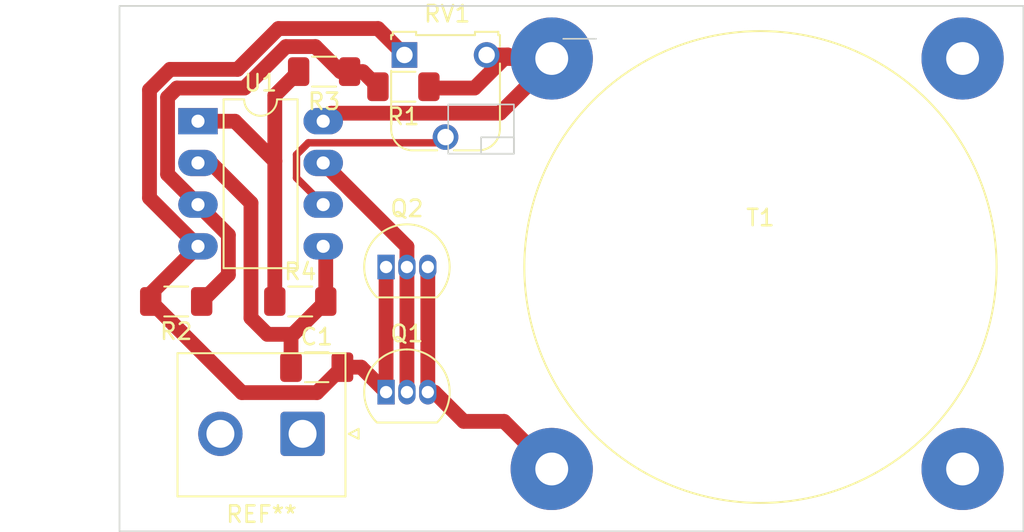
<source format=kicad_pcb>
(kicad_pcb (version 20211014) (generator pcbnew)
  (layers (0 "F.Cu" signal) (31 "B.Cu" signal) (34 "B.Paste" user) (35 "F.Paste" user) (36 "B.SilkS" user "B.Silkscreen") (37 "F.SilkS" user "F.Silkscreen") (38 "B.Mask" user) (39 "F.Mask" user) (44 "Edge.Cuts" user))
  (net 0 "")
  (net 1 "Net-(C1-Pad1)")
  (net 2 "GND")
  (net 3 "PWM")
  (net 4 "Net-(Q1-Pad3)")
  (net 5 "VCC")
  (net 6 "Net-(R1-Pad2)")
  (net 7 "Net-(R3-Pad2)")
  (net 8 "Net-(RV1-Pad2)")
  (footprint "Package_TO_SOT_THT:TO-92_Inline" (layer "F.Cu") (at 109.22 88.9)
    (fp_text reference "Q2" (at 1.27 -3.56) (layer "F.SilkS"))
    (fp_text value "2N7000")
    (fp_line (start -0.53 1.85) (end 3.07 1.85) (layer "F.SilkS") (width 0.12))
    (fp_arc (start -0.568478 1.838478) (mid -1.132087 -0.994977) (end 1.27 -2.6) (layer "F.SilkS") (width 0.12))
    (fp_arc (start 1.27 -2.6) (mid 3.672087 -0.994977) (end 3.108478 1.838478) (layer "F.SilkS") (width 0.12))
    (pad "1" thru_hole rect (at 0 0) (size 1.05 1.5) (drill 0.75) (layers *.Cu *.Mask) (net 2 "GND"))
    (pad "2" thru_hole oval (at 1.27 0) (size 1.05 1.5) (drill 0.75) (layers *.Cu *.Mask) (net 3 "PWM"))
    (pad "3" thru_hole oval (at 2.54 0) (size 1.05 1.5) (drill 0.75) (layers *.Cu *.Mask) (net 4 "Net-(Q1-Pad3)"))
  )
  (footprint "Resistor_SMD:R_1206_3216Metric_Pad1.30x1.75mm_HandSolder" (layer "F.Cu") (at 110.27562 77.91992 180)
    (fp_text reference "R1" (at 0 -1.82) (layer "F.SilkS"))
    (fp_text value "47k")
    (fp_line (start -0.727064 -0.91) (end 0.727064 -0.91) (layer "F.SilkS") (width 0.12))
    (fp_line (start -0.727064 0.91) (end 0.727064 0.91) (layer "F.SilkS") (width 0.12))
    (pad "1" smd roundrect (at -1.55 0 180) (size 1.3 1.75) (layers "F.Cu" "F.Paste" "F.Mask") (roundrect_rratio 0.192308) (net 5 "VCC"))
    (pad "2" smd roundrect (at 1.55 0 180) (size 1.3 1.75) (layers "F.Cu" "F.Paste" "F.Mask") (roundrect_rratio 0.192308) (net 6 "Net-(R1-Pad2)"))
  )
  (footprint "Resistor_SMD:R_1206_3216Metric_Pad1.30x1.75mm_HandSolder" (layer "F.Cu") (at 96.45 91 180)
    (fp_text reference "R2" (at 0 -1.82) (layer "F.SilkS"))
    (fp_text value "47k")
    (fp_line (start -0.727064 0.91) (end 0.727064 0.91) (layer "F.SilkS") (width 0.12))
    (fp_line (start -0.727064 -0.91) (end 0.727064 -0.91) (layer "F.SilkS") (width 0.12))
    (pad "1" smd roundrect (at -1.55 0 180) (size 1.3 1.75) (layers "F.Cu" "F.Paste" "F.Mask") (roundrect_rratio 0.192308) (net 6 "Net-(R1-Pad2)"))
    (pad "2" smd roundrect (at 1.55 0 180) (size 1.3 1.75) (layers "F.Cu" "F.Paste" "F.Mask") (roundrect_rratio 0.192308) (net 2 "GND"))
  )
  (footprint "Package_TO_SOT_THT:TO-92_Inline" (layer "F.Cu") (at 109.22 96.52)
    (fp_text reference "Q1" (at 1.27 -3.56) (layer "F.SilkS"))
    (fp_text value "2N7000")
    (fp_line (start -0.53 1.85) (end 3.07 1.85) (layer "F.SilkS") (width 0.12))
    (fp_arc (start 1.27 -2.6) (mid 3.672087 -0.994977) (end 3.108478 1.838478) (layer "F.SilkS") (width 0.12))
    (fp_arc (start -0.568478 1.838478) (mid -1.132087 -0.994977) (end 1.27 -2.6) (layer "F.SilkS") (width 0.12))
    (pad "1" thru_hole rect (at 0 0) (size 1.05 1.5) (drill 0.75) (layers *.Cu *.Mask) (net 2 "GND"))
    (pad "2" thru_hole oval (at 1.27 0) (size 1.05 1.5) (drill 0.75) (layers *.Cu *.Mask) (net 3 "PWM"))
    (pad "3" thru_hole oval (at 2.54 0) (size 1.05 1.5) (drill 0.75) (layers *.Cu *.Mask) (net 4 "Net-(Q1-Pad3)"))
  )
  (footprint "Package_DIP:DIP-8_W7.62mm_LongPads" (layer "F.Cu") (at 97.775 80.02)
    (fp_text reference "U1" (at 3.81 -2.33) (layer "F.SilkS"))
    (fp_text value "LM358")
    (fp_line (start 6.06 8.95) (end 6.06 -1.33) (layer "F.SilkS") (width 0.12))
    (fp_line (start 1.56 8.95) (end 6.06 8.95) (layer "F.SilkS") (width 0.12))
    (fp_line (start 6.06 -1.33) (end 4.81 -1.33) (layer "F.SilkS") (width 0.12))
    (fp_line (start 1.56 -1.33) (end 1.56 8.95) (layer "F.SilkS") (width 0.12))
    (fp_line (start 2.81 -1.33) (end 1.56 -1.33) (layer "F.SilkS") (width 0.12))
    (fp_arc (start 4.81 -1.33) (mid 3.81 -0.33) (end 2.81 -1.33) (layer "F.SilkS") (width 0.12))
    (pad "1" thru_hole rect (at 0 0) (size 2.4 1.6) (drill 0.8) (layers *.Cu *.Mask) (net 7 "Net-(R3-Pad2)"))
    (pad "2" thru_hole oval (at 0 2.54) (size 2.4 1.6) (drill 0.8) (layers *.Cu *.Mask) (net 1 "Net-(C1-Pad1)"))
    (pad "3" thru_hole oval (at 0 5.08) (size 2.4 1.6) (drill 0.8) (layers *.Cu *.Mask) (net 6 "Net-(R1-Pad2)"))
    (pad "4" thru_hole oval (at 0 7.62) (size 2.4 1.6) (drill 0.8) (layers *.Cu *.Mask) (net 2 "GND"))
    (pad "5" thru_hole oval (at 7.62 7.62) (size 2.4 1.6) (drill 0.8) (layers *.Cu *.Mask) (net 1 "Net-(C1-Pad1)"))
    (pad "6" thru_hole oval (at 7.62 5.08) (size 2.4 1.6) (drill 0.8) (layers *.Cu *.Mask) (net 8 "Net-(RV1-Pad2)"))
    (pad "7" thru_hole oval (at 7.62 2.54) (size 2.4 1.6) (drill 0.8) (layers *.Cu *.Mask) (net 3 "PWM"))
    (pad "8" thru_hole oval (at 7.62 0) (size 2.4 1.6) (drill 0.8) (layers *.Cu *.Mask) (net 5 "VCC"))
  )
  (footprint "custom:transformer_1" (layer "F.Cu") (at 132 88.9)
    (fp_text reference "T1" (at 0 -3 unlocked) (layer "F.SilkS"))
    (fp_text value "50:100")
    (fp_circle (center 0 0) (end 10.16 -10.16) (layer "F.SilkS") (width 0.12) (fill none))
    (pad "1" thru_hole circle (at -12.7 -12.7) (size 5 5) (drill 2) (layers *.Cu *.Mask) (net 5 "VCC"))
    (pad "2" thru_hole circle (at -12.7 12.3) (size 5 5) (drill 2) (layers *.Cu *.Mask) (net 4 "Net-(Q1-Pad3)"))
    (pad "3" thru_hole circle (at 12.3 -12.7) (size 5 5) (drill 2) (layers *.Cu *.Mask))
    (pad "4" thru_hole circle (at 12.3 12.3) (size 5 5) (drill 2) (layers *.Cu *.Mask))
  )
  (footprint "Connector_JST:JST_NV_B02P-NV_1x02_P5.00mm_Vertical" (layer "F.Cu") (at 104.14 99.06 180)
    (fp_text reference "REF**" (at 2.5 -4.9) (layer "F.SilkS"))
    (fp_text value "JST_NV_B02P-NV_1x02_P5.00mm_Vertical")
    (fp_line (start -2.61 -3.81) (end -2.61 4.91) (layer "F.SilkS") (width 0.12))
    (fp_line (start -2.81 0) (end -3.41 0.3) (layer "F.SilkS") (width 0.12))
    (fp_line (start -3.41 0.3) (end -3.41 -0.3) (layer "F.SilkS") (width 0.12))
    (fp_line (start 7.61 4.91) (end 7.61 -3.81) (layer "F.SilkS") (width 0.12))
    (fp_line (start 7.61 -3.81) (end -2.61 -3.81) (layer "F.SilkS") (width 0.12))
    (fp_line (start -2.61 4.91) (end 7.61 4.91) (layer "F.SilkS") (width 0.12))
    (fp_line (start -3.41 -0.3) (end -2.81 0) (layer "F.SilkS") (width 0.12))
    (pad "1" thru_hole roundrect (at 0 0 180) (size 2.7 2.7) (drill 1.7) (layers *.Cu *.Mask) (roundrect_rratio 0.092593))
    (pad "2" thru_hole circle (at 5 0 180) (size 2.7 2.7) (drill 1.7) (layers *.Cu *.Mask))
  )
  (footprint "Capacitor_SMD:C_1206_3216Metric_Pad1.33x1.80mm_HandSolder" (layer "F.Cu") (at 105 95)
    (fp_text reference "C1" (at 0 -1.85) (layer "F.SilkS"))
    (fp_text value "100nF")
    (fp_line (start -0.711252 0.91) (end 0.711252 0.91) (layer "F.SilkS") (width 0.12))
    (fp_line (start -0.711252 -0.91) (end 0.711252 -0.91) (layer "F.SilkS") (width 0.12))
    (pad "1" smd roundrect (at -1.5625 0) (size 1.325 1.8) (layers "F.Cu" "F.Paste" "F.Mask") (roundrect_rratio 0.188679) (net 1 "Net-(C1-Pad1)"))
    (pad "2" smd roundrect (at 1.5625 0) (size 1.325 1.8) (layers "F.Cu" "F.Paste" "F.Mask") (roundrect_rratio 0.188679) (net 2 "GND"))
  )
  (footprint "Resistor_SMD:R_1206_3216Metric_Pad1.30x1.75mm_HandSolder" (layer "F.Cu") (at 104 91)
    (fp_text reference "R4" (at 0 -1.82) (layer "F.SilkS"))
    (fp_text value "470R")
    (fp_line (start -0.727064 -0.91) (end 0.727064 -0.91) (layer "F.SilkS") (width 0.12))
    (fp_line (start -0.727064 0.91) (end 0.727064 0.91) (layer "F.SilkS") (width 0.12))
    (pad "1" smd roundrect (at -1.55 0) (size 1.3 1.75) (layers "F.Cu" "F.Paste" "F.Mask") (roundrect_rratio 0.192308) (net 7 "Net-(R3-Pad2)"))
    (pad "2" smd roundrect (at 1.55 0) (size 1.3 1.75) (layers "F.Cu" "F.Paste" "F.Mask") (roundrect_rratio 0.192308) (net 1 "Net-(C1-Pad1)"))
  )
  (footprint "Resistor_SMD:R_1206_3216Metric_Pad1.30x1.75mm_HandSolder" (layer "F.Cu") (at 105.45 77 180)
    (fp_text reference "R3" (at 0 -1.82) (layer "F.SilkS"))
    (fp_text value "1k")
    (fp_line (start -0.727064 -0.91) (end 0.727064 -0.91) (layer "F.SilkS") (width 0.12))
    (fp_line (start -0.727064 0.91) (end 0.727064 0.91) (layer "F.SilkS") (width 0.12))
    (pad "1" smd roundrect (at -1.55 0 180) (size 1.3 1.75) (layers "F.Cu" "F.Paste" "F.Mask") (roundrect_rratio 0.192308) (net 6 "Net-(R1-Pad2)"))
    (pad "2" smd roundrect (at 1.55 0 180) (size 1.3 1.75) (layers "F.Cu" "F.Paste" "F.Mask") (roundrect_rratio 0.192308) (net 7 "Net-(R3-Pad2)"))
  )
  (footprint "Potentiometer_THT:Potentiometer_Runtron_RM-065_Vertical" (layer "F.Cu") (at 110.338794 75.986211)
    (fp_text reference "RV1" (at 2.6 -2.5) (layer "F.SilkS"))
    (fp_text value "arbitrary")
    (fp_line (start 5.71 -1.41) (end 5.71 -1.21) (layer "F.SilkS") (width 0.12))
    (fp_line (start 4.29 -1.41) (end 5.71 -1.41) (layer "F.SilkS") (width 0.12))
    (fp_line (start -0.81 4.5) (end -0.81 0.96) (layer "F.SilkS") (width 0.12))
    (fp_line (start 5.71 -1.21) (end 5.81 -1.21) (layer "F.SilkS") (width 0.12))
    (fp_line (start 0.71 -1.21) (end 4.29 -1.21) (layer "F.SilkS") (width 0.12))
    (fp_line (start -0.81 -1.21) (end -0.81 -0.96) (layer "F.SilkS") (width 0.12))
    (fp_line (start 5.81 -1.21) (end 5.81 -0.52) (layer "F.SilkS") (width 0.12))
    (fp_line (start -0.71 -1.41) (end -0.71 -1.21) (layer "F.SilkS") (width 0.12))
    (fp_line (start -0.71 -1.21) (end -0.81 -1.21) (layer "F.SilkS") (width 0.12))
    (fp_line (start 0.71 -1.21) (end 0.71 -1.41) (layer "F.SilkS") (width 0.12))
    (fp_line (start 4.29 -1.21) (end 4.29 -1.41) (layer "F.SilkS") (width 0.12))
    (fp_line (start -0.71 -1.41) (end 0.71 -1.41) (layer "F.SilkS") (width 0.12))
    (fp_line (start 4.5 5.81) (end 3.01 5.81) (layer "F.SilkS") (width 0.12))
    (fp_line (start 5.81 0.52) (end 5.81 4.5) (layer "F.SilkS") (width 0.12))
    (fp_line (start 1.99 5.81) (end 0.5 5.81) (layer "F.SilkS") (width 0.12))
    (fp_arc (start 0.5 5.81) (mid -0.42631 5.42631) (end -0.81 4.5) (layer "F.SilkS") (width 0.12))
    (fp_arc (start 5.81 4.5) (mid 5.42631 5.42631) (end 4.5 5.81) (layer "F.SilkS") (width 0.12))
    (pad "1" thru_hole rect (at 0 0) (size 1.56 1.56) (drill 1) (layers *.Cu *.Mask) (net 2 "GND"))
    (pad "2" thru_hole circle (at 2.5 5) (size 1.56 1.56) (drill 1) (layers *.Cu *.Mask) (net 8 "Net-(RV1-Pad2)"))
    (pad "3" thru_hole circle (at 5 0) (size 1.56 1.56) (drill 1) (layers *.Cu *.Mask) (net 5 "VCC"))
  )
  (gr_rect (start 122 75) (end 120 75) (layer "Edge.Cuts") (width 0.1) (fill none))
  (gr_rect (start 113 79) (end 117 82) (layer "Edge.Cuts") (width 0.1) (fill none))
  (gr_rect (start 117 82) (end 115 81) (layer "Edge.Cuts") (width 0.1) (fill none))
  (gr_rect (start 93 73) (end 148 105) (layer "Edge.Cuts") (width 0.1) (fill none))
  (segment (start 105.55 87.795) (end 105.395 87.64) (width 0.9) (layer "F.Cu") (net 1))
  (segment (start 105.55 91) (end 103.55 93) (width 0.9) (layer "F.Cu") (net 1))
  (segment (start 105.55 91) (end 105.55 87.795) (width 0.9) (layer "F.Cu") (net 1))
  (segment (start 101 92) (end 101 85) (width 0.9) (layer "F.Cu") (net 1))
  (segment (start 103.4375 93.1125) (end 105.55 91) (width 0.9) (layer "F.Cu") (net 1))
  (segment (start 98.56 82.56) (end 97.775 82.56) (width 0.9) (layer "F.Cu") (net 1))
  (segment (start 102 93) (end 101 92) (width 0.9) (layer "F.Cu") (net 1))
  (segment (start 103.4375 95) (end 103.4375 93.1125) (width 0.9) (layer "F.Cu") (net 1))
  (segment (start 101 85) (end 98.56 82.56) (width 0.9) (layer "F.Cu") (net 1))
  (segment (start 103.55 93) (end 102 93) (width 0.9) (layer "F.Cu") (net 1))
  (segment (start 102.671971 74.37596) (end 100.185658 76.862273) (width 0.9) (layer "F.Cu") (net 2))
  (segment (start 96.078761 76.862273) (end 94.825978 78.115056) (width 0.9) (layer "F.Cu") (net 2))
  (segment (start 100.44952 96.54952) (end 94.9 91) (width 0.9) (layer "F.Cu") (net 2))
  (segment (start 98 87.865) (end 97.775 87.64) (width 0.9) (layer "F.Cu") (net 2))
  (segment (start 94.9 91) (end 94.9 90.515) (width 0.9) (layer "F.Cu") (net 2))
  (segment (start 107.7 95) (end 109.22 96.52) (width 0.9) (layer "F.Cu") (net 2))
  (segment (start 94.9 90.515) (end 97.775 87.64) (width 0.9) (layer "F.Cu") (net 2))
  (segment (start 94.825978 78.115056) (end 94.825978 84.690978) (width 0.9) (layer "F.Cu") (net 2))
  (segment (start 106.5625 95) (end 105.01298 96.54952) (width 0.9) (layer "F.Cu") (net 2))
  (segment (start 105.01298 96.54952) (end 100.44952 96.54952) (width 0.9) (layer "F.Cu") (net 2))
  (segment (start 106.5625 95) (end 107.7 95) (width 0.9) (layer "F.Cu") (net 2))
  (segment (start 94.825978 84.690978) (end 97.775 87.64) (width 0.9) (layer "F.Cu") (net 2))
  (segment (start 100.185658 76.862273) (end 96.078761 76.862273) (width 0.9) (layer "F.Cu") (net 2))
  (segment (start 109.22 96.52) (end 109.22 88.9) (width 0.9) (layer "F.Cu") (net 2))
  (segment (start 108.728543 74.37596) (end 102.671971 74.37596) (width 0.9) (layer "F.Cu") (net 2))
  (segment (start 110.338794 75.986211) (end 108.728543 74.37596) (width 0.9) (layer "F.Cu") (net 2))
  (segment (start 110.49 87.655) (end 110.49 88.9) (width 0.9) (layer "F.Cu") (net 3))
  (segment (start 110.49 88.9) (end 110.49 96.52) (width 0.9) (layer "F.Cu") (net 3))
  (segment (start 105.395 82.56) (end 110.49 87.655) (width 0.9) (layer "F.Cu") (net 3))
  (segment (start 116.4 98.3) (end 119.3 101.2) (width 0.9) (layer "F.Cu") (net 4))
  (segment (start 112.16 96.52) (end 113.94 98.3) (width 0.9) (layer "F.Cu") (net 4))
  (segment (start 111.76 96.52) (end 111.76 88.9) (width 0.9) (layer "F.Cu") (net 4))
  (segment (start 113.94 98.3) (end 116.4 98.3) (width 0.9) (layer "F.Cu") (net 4))
  (segment (start 111.76 96.52) (end 112.16 96.52) (width 0.9) (layer "F.Cu") (net 4))
  (segment (start 119.3 76.38) (end 119.3 76.2) (width 0.9) (layer "F.Cu") (net 5))
  (segment (start 105.883021 79.531979) (end 116.148021 79.531979) (width 0.9) (layer "F.Cu") (net 5))
  (segment (start 114.6 78) (end 116.4 76.2) (width 0.9) (layer "F.Cu") (net 5))
  (segment (start 111.9057 78) (end 114.6 78) (width 0.9) (layer "F.Cu") (net 5))
  (segment (start 105.395 80.02) (end 105.883021 79.531979) (width 0.9) (layer "F.Cu") (net 5))
  (segment (start 116.4 76.2) (end 119.3 76.2) (width 0.9) (layer "F.Cu") (net 5))
  (segment (start 116.84 76.2) (end 119.3 76.2) (width 0.9) (layer "F.Cu") (net 5))
  (segment (start 111.82562 77.91992) (end 111.9057 78) (width 0.9) (layer "F.Cu") (net 5))
  (segment (start 116.148021 79.531979) (end 119.3 76.38) (width 0.9) (layer "F.Cu") (net 5))
  (segment (start 116.626211 75.986211) (end 116.84 76.2) (width 0.9) (layer "F.Cu") (net 5))
  (segment (start 115.338794 75.986211) (end 116.626211 75.986211) (width 0.9) (layer "F.Cu") (net 5))
  (segment (start 99.62452 86.94952) (end 97.775 85.1) (width 0.9) (layer "F.Cu") (net 6))
  (segment (start 106.445057 77) (end 107 77) (width 0.9) (layer "F.Cu") (net 6))
  (segment (start 104.920537 75.47548) (end 106.445057 77) (width 0.9) (layer "F.Cu") (net 6))
  (segment (start 107 77) (end 107.8057 77) (width 0.9) (layer "F.Cu") (net 6))
  (segment (start 95.925489 78.570489) (end 96.495978 78) (width 0.9) (layer "F.Cu") (net 6))
  (segment (start 103.127407 75.47548) (end 104.920537 75.47548) (width 0.9) (layer "F.Cu") (net 6))
  (segment (start 96.495978 78) (end 100.602887 78) (width 0.9) (layer "F.Cu") (net 6))
  (segment (start 95.925489 83.250489) (end 95.925489 78.570489) (width 0.9) (layer "F.Cu") (net 6))
  (segment (start 97.775 85.1) (end 95.925489 83.250489) (width 0.9) (layer "F.Cu") (net 6))
  (segment (start 107.8057 77) (end 108.72562 77.91992) (width 0.9) (layer "F.Cu") (net 6))
  (segment (start 100.602887 78) (end 103.127407 75.47548) (width 0.9) (layer "F.Cu") (net 6))
  (segment (start 99.62452 89.37548) (end 99.62452 86.94952) (width 0.9) (layer "F.Cu") (net 6))
  (segment (start 98 91) (end 99.62452 89.37548) (width 0.9) (layer "F.Cu") (net 6))
  (segment (start 100.02 80.02) (end 97.775 80.02) (width 0.9) (layer "F.Cu") (net 7))
  (segment (start 103.9 77) (end 102.45 78.45) (width 0.9) (layer "F.Cu") (net 7))
  (segment (start 102.45 82.45) (end 100.02 80.02) (width 0.9) (layer "F.Cu") (net 7))
  (segment (start 102.45 91) (end 102.45 82.45) (width 0.9) (layer "F.Cu") (net 7))
  (segment (start 102.45 78.45) (end 102.45 82.45) (width 0.9) (layer "F.Cu") (net 7))
  (segment (start 112.838794 80.986211) (end 112.489525 81.33548) (width 0.45) (layer "F.Cu") (net 8))
  (segment (start 103.77048 82.052788) (end 103.77048 83.47548) (width 0.45) (layer "F.Cu") (net 8))
  (segment (start 103.77048 83.47548) (end 105.395 85.1) (width 0.45) (layer "F.Cu") (net 8))
  (segment (start 112.489525 81.33548) (end 104.487788 81.33548) (width 0.45) (layer "F.Cu") (net 8))
  (segment (start 104.487788 81.33548) (end 103.77048 82.052788) (width 0.45) (layer "F.Cu") (net 8))
)
</source>
